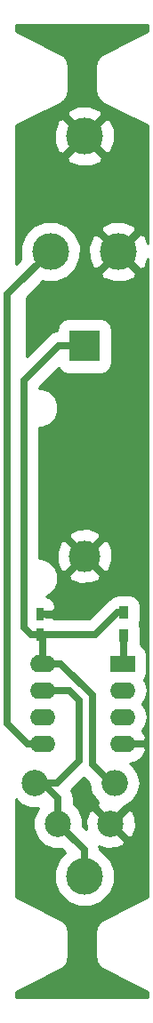
<source format=gbr>
G04 #@! TF.GenerationSoftware,KiCad,Pcbnew,no-vcs-found-7591~57~ubuntu14.04.1*
G04 #@! TF.CreationDate,2017-02-06T18:42:11+02:00*
G04 #@! TF.ProjectId,drawduino,647261776475696E6F2E6B696361645F,rev?*
G04 #@! TF.FileFunction,Copper,L1,Top,Signal*
G04 #@! TF.FilePolarity,Positive*
%FSLAX46Y46*%
G04 Gerber Fmt 4.6, Leading zero omitted, Abs format (unit mm)*
G04 Created by KiCad (PCBNEW no-vcs-found-7591~57~ubuntu14.04.1) date Mon Feb  6 18:42:11 2017*
%MOMM*%
%LPD*%
G01*
G04 APERTURE LIST*
%ADD10C,0.100000*%
%ADD11R,3.000000X3.000000*%
%ADD12C,3.000000*%
%ADD13C,3.500000*%
%ADD14R,0.750000X1.200000*%
%ADD15O,2.400000X1.600000*%
%ADD16R,2.400000X1.600000*%
%ADD17C,3.500120*%
%ADD18O,2.500000X2.500000*%
%ADD19C,2.500000*%
%ADD20R,0.900000X1.200000*%
%ADD21C,0.700000*%
%ADD22C,0.250000*%
%ADD23C,0.254000*%
G04 APERTURE END LIST*
D10*
D11*
X142738112Y-76760000D03*
D12*
X142738112Y-96760000D03*
D13*
X139488112Y-67760000D03*
X145988112Y-67760000D03*
D14*
X138488112Y-102310000D03*
X138488112Y-104210000D03*
D15*
X138738112Y-107010000D03*
X146358112Y-114630000D03*
X138738112Y-109550000D03*
X146358112Y-112090000D03*
X138738112Y-112090000D03*
X146358112Y-109550000D03*
X138738112Y-114630000D03*
D16*
X146358112Y-107010000D03*
D17*
X142738112Y-127260000D03*
X142738112Y-56760000D03*
D18*
X145620000Y-118380354D03*
D19*
X138000000Y-118380354D03*
D20*
X146488112Y-102160000D03*
X146488112Y-104360000D03*
D19*
X145238112Y-122260000D03*
X140238112Y-122260000D03*
D21*
X138488112Y-104210000D02*
X143788112Y-104210000D01*
X143788112Y-104210000D02*
X145838112Y-102160000D01*
X145838112Y-102160000D02*
X146488112Y-102160000D01*
X142488112Y-76760000D02*
X140288112Y-76760000D01*
X140288112Y-76760000D02*
X136988112Y-80060000D01*
X136988112Y-80060000D02*
X136988112Y-103535000D01*
X137663112Y-104210000D02*
X138488112Y-104210000D01*
X136988112Y-103535000D02*
X137663112Y-104210000D01*
X138738112Y-107010000D02*
X138738112Y-104460000D01*
X138738112Y-104460000D02*
X138488112Y-104210000D01*
X138238112Y-106510000D02*
X138738112Y-107010000D01*
X146412820Y-118380354D02*
X145281450Y-118380354D01*
X145281450Y-118380354D02*
X143488112Y-116587016D01*
X140488112Y-107010000D02*
X138738112Y-107010000D01*
X143488112Y-116587016D02*
X143488112Y-110010000D01*
X143488112Y-110010000D02*
X140488112Y-107010000D01*
X140117758Y-118380354D02*
X142238112Y-116260000D01*
X142238112Y-116260000D02*
X142238112Y-110510000D01*
X142238112Y-110510000D02*
X141278112Y-109550000D01*
X140238112Y-122260000D02*
X140238112Y-119825646D01*
X140238112Y-119825646D02*
X138792820Y-118380354D01*
X142738112Y-127260000D02*
X142738112Y-124760000D01*
X142738112Y-124760000D02*
X140238112Y-122260000D01*
X138792820Y-118380354D02*
X140117758Y-118380354D01*
X141278112Y-109550000D02*
X138738112Y-109550000D01*
X138738112Y-114630000D02*
X137288112Y-114630000D01*
X137288112Y-114630000D02*
X135400000Y-112741888D01*
X135400000Y-112741888D02*
X135400000Y-71848112D01*
X135400000Y-71848112D02*
X139488112Y-67760000D01*
D22*
X138738112Y-114630000D02*
X138338112Y-114630000D01*
D21*
X146488112Y-104360000D02*
X146488112Y-106880000D01*
X146488112Y-106880000D02*
X146358112Y-107010000D01*
D23*
G36*
X148798000Y-46757123D02*
X144462449Y-48924899D01*
X144310245Y-49043024D01*
X144150058Y-49150058D01*
X144126064Y-49185967D01*
X144091945Y-49212447D01*
X143996532Y-49379826D01*
X143889497Y-49540015D01*
X143881071Y-49582373D01*
X143859683Y-49619894D01*
X143835586Y-49811041D01*
X143798000Y-50000000D01*
X143798000Y-52500000D01*
X143835586Y-52688959D01*
X143859683Y-52880106D01*
X143881071Y-52917627D01*
X143889497Y-52959985D01*
X143996532Y-53120174D01*
X144091945Y-53287553D01*
X144126064Y-53314033D01*
X144150058Y-53349942D01*
X144310245Y-53456976D01*
X144462449Y-53575101D01*
X148798000Y-55742877D01*
X148798000Y-66975744D01*
X148485462Y-66221213D01*
X148014128Y-66049353D01*
X146303482Y-67760000D01*
X148014128Y-69470647D01*
X148485462Y-69298787D01*
X148798000Y-68457951D01*
X148798000Y-129257123D01*
X144462449Y-131424899D01*
X144310245Y-131543024D01*
X144150058Y-131650058D01*
X144126064Y-131685967D01*
X144091945Y-131712447D01*
X143996532Y-131879826D01*
X143889497Y-132040015D01*
X143881071Y-132082373D01*
X143859683Y-132119894D01*
X143835586Y-132311041D01*
X143798000Y-132500000D01*
X143798000Y-135000000D01*
X143835586Y-135188959D01*
X143859683Y-135380106D01*
X143881071Y-135417627D01*
X143889497Y-135459985D01*
X143996532Y-135620174D01*
X144091945Y-135787553D01*
X144126064Y-135814033D01*
X144150058Y-135849942D01*
X144310245Y-135956976D01*
X144462449Y-136075101D01*
X148798000Y-138242877D01*
X148798000Y-138798000D01*
X136202000Y-138798000D01*
X136202000Y-138242877D01*
X140537551Y-136075101D01*
X140689755Y-135956976D01*
X140849942Y-135849942D01*
X140873936Y-135814033D01*
X140908055Y-135787553D01*
X141003468Y-135620174D01*
X141110503Y-135459985D01*
X141118929Y-135417627D01*
X141140317Y-135380106D01*
X141164414Y-135188959D01*
X141202000Y-135000000D01*
X141202000Y-132500000D01*
X141164414Y-132311041D01*
X141140317Y-132119894D01*
X141118929Y-132082373D01*
X141110503Y-132040015D01*
X141003468Y-131879826D01*
X140908055Y-131712447D01*
X140873936Y-131685967D01*
X140849942Y-131650058D01*
X140689755Y-131543024D01*
X140537551Y-131424899D01*
X136202000Y-129257124D01*
X136202000Y-119943735D01*
X136651780Y-120394301D01*
X137525111Y-120756940D01*
X138378529Y-120757685D01*
X138224165Y-120911780D01*
X137861526Y-121785111D01*
X137860700Y-122730740D01*
X138221815Y-123604703D01*
X138889892Y-124273947D01*
X139763223Y-124636586D01*
X140526571Y-124637253D01*
X140909505Y-125020187D01*
X140300481Y-125628149D01*
X139861552Y-126685207D01*
X139860554Y-127829772D01*
X140297637Y-128887595D01*
X141106261Y-129697631D01*
X142163319Y-130136560D01*
X143307884Y-130137558D01*
X144365707Y-129700475D01*
X145175743Y-128891851D01*
X145614672Y-127834793D01*
X145615670Y-126690228D01*
X145178587Y-125632405D01*
X144369963Y-124822369D01*
X144214693Y-124757895D01*
X144185015Y-124608691D01*
X144142261Y-124393752D01*
X144891579Y-124658667D01*
X145835888Y-124608691D01*
X146476196Y-124343467D01*
X146586690Y-123923947D01*
X145238112Y-122575370D01*
X145223970Y-122589512D01*
X144908600Y-122274142D01*
X144922742Y-122260000D01*
X145553482Y-122260000D01*
X146902059Y-123608578D01*
X147321579Y-123498084D01*
X147636779Y-122606533D01*
X147586803Y-121662224D01*
X147321579Y-121021916D01*
X146902059Y-120911422D01*
X145553482Y-122260000D01*
X144922742Y-122260000D01*
X143574165Y-120911422D01*
X143154645Y-121021916D01*
X142839445Y-121913467D01*
X142887451Y-122820545D01*
X142614861Y-122547955D01*
X142615524Y-121789260D01*
X142254409Y-120915297D01*
X141715112Y-120375058D01*
X141715112Y-119825651D01*
X141715113Y-119825646D01*
X141602682Y-119260423D01*
X141492052Y-119094854D01*
X142699604Y-117887302D01*
X143197370Y-118385068D01*
X143377370Y-119289993D01*
X143892639Y-120061147D01*
X144040338Y-120159836D01*
X144000028Y-120176533D01*
X143889534Y-120596053D01*
X145238112Y-121944630D01*
X146586690Y-120596053D01*
X146580723Y-120573398D01*
X147347361Y-120061147D01*
X147862630Y-119289993D01*
X148043568Y-118380354D01*
X147862630Y-117470715D01*
X147347361Y-116699561D01*
X147078002Y-116519581D01*
X147619381Y-116374220D01*
X148221305Y-115911856D01*
X148600471Y-115254341D01*
X148613715Y-115149678D01*
X148388179Y-114853000D01*
X146581112Y-114853000D01*
X146581112Y-114873000D01*
X146135112Y-114873000D01*
X146135112Y-114853000D01*
X146115112Y-114853000D01*
X146115112Y-114407000D01*
X146135112Y-114407000D01*
X146135112Y-114387000D01*
X146581112Y-114387000D01*
X146581112Y-114407000D01*
X148388179Y-114407000D01*
X148613715Y-114110322D01*
X148600471Y-114005659D01*
X148228153Y-113360019D01*
X148584017Y-112827431D01*
X148730701Y-112090000D01*
X148584017Y-111352569D01*
X148228166Y-110820000D01*
X148584017Y-110287431D01*
X148730701Y-109550000D01*
X148584017Y-108812569D01*
X148413833Y-108557870D01*
X148619723Y-108249733D01*
X148707191Y-107810000D01*
X148707191Y-106210000D01*
X148619723Y-105770267D01*
X148370634Y-105397478D01*
X148043633Y-105178983D01*
X148087191Y-104960000D01*
X148087191Y-103760000D01*
X147999723Y-103320267D01*
X147959454Y-103260000D01*
X147999723Y-103199733D01*
X148087191Y-102760000D01*
X148087191Y-101560000D01*
X147999723Y-101120267D01*
X147750634Y-100747478D01*
X147377845Y-100498389D01*
X146938112Y-100410921D01*
X146038112Y-100410921D01*
X145598379Y-100498389D01*
X145225590Y-100747478D01*
X145129559Y-100891200D01*
X144793715Y-101115603D01*
X143176318Y-102733000D01*
X139908362Y-102733000D01*
X139708362Y-102533000D01*
X139225479Y-102533000D01*
X138863112Y-102460921D01*
X138465112Y-102460921D01*
X138465112Y-102067000D01*
X138675612Y-102067000D01*
X138675612Y-102087000D01*
X139708362Y-102087000D01*
X139990112Y-101805250D01*
X139990112Y-101485826D01*
X139818537Y-101071606D01*
X139501506Y-100754576D01*
X139087286Y-100583000D01*
X139083327Y-100583000D01*
X139399958Y-100452171D01*
X139928428Y-99924624D01*
X140214786Y-99234996D01*
X140215335Y-98605067D01*
X141208414Y-98605067D01*
X141349626Y-99050477D01*
X142331845Y-99407476D01*
X143375915Y-99361420D01*
X144126598Y-99050477D01*
X144267810Y-98605067D01*
X142738112Y-97075370D01*
X141208414Y-98605067D01*
X140215335Y-98605067D01*
X140215437Y-98488280D01*
X139930283Y-97798154D01*
X139402736Y-97269684D01*
X138713108Y-96983326D01*
X138465112Y-96983110D01*
X138465112Y-96353733D01*
X140090636Y-96353733D01*
X140136692Y-97397803D01*
X140447635Y-98148486D01*
X140893045Y-98289698D01*
X142422742Y-96760000D01*
X143053482Y-96760000D01*
X144583179Y-98289698D01*
X145028589Y-98148486D01*
X145385588Y-97166267D01*
X145339532Y-96122197D01*
X145028589Y-95371514D01*
X144583179Y-95230302D01*
X143053482Y-96760000D01*
X142422742Y-96760000D01*
X140893045Y-95230302D01*
X140447635Y-95371514D01*
X140090636Y-96353733D01*
X138465112Y-96353733D01*
X138465112Y-94914933D01*
X141208414Y-94914933D01*
X142738112Y-96444630D01*
X144267810Y-94914933D01*
X144126598Y-94469523D01*
X143144379Y-94112524D01*
X142100309Y-94158580D01*
X141349626Y-94469523D01*
X141208414Y-94914933D01*
X138465112Y-94914933D01*
X138465112Y-84537112D01*
X138709832Y-84537325D01*
X139399958Y-84252171D01*
X139928428Y-83724624D01*
X140214786Y-83034996D01*
X140215437Y-82288280D01*
X139930283Y-81598154D01*
X139402736Y-81069684D01*
X138713108Y-80783326D01*
X138465112Y-80783110D01*
X138465112Y-80671794D01*
X140280911Y-78855995D01*
X140425590Y-79072522D01*
X140798379Y-79321611D01*
X141238112Y-79409079D01*
X144238112Y-79409079D01*
X144677845Y-79321611D01*
X145050634Y-79072522D01*
X145299723Y-78699733D01*
X145387191Y-78260000D01*
X145387191Y-75260000D01*
X145299723Y-74820267D01*
X145050634Y-74447478D01*
X144677845Y-74198389D01*
X144238112Y-74110921D01*
X141238112Y-74110921D01*
X140798379Y-74198389D01*
X140425590Y-74447478D01*
X140176501Y-74820267D01*
X140089033Y-75260000D01*
X140089033Y-75322599D01*
X139722888Y-75395430D01*
X139243715Y-75715603D01*
X137215112Y-77744206D01*
X137215112Y-72121794D01*
X138762879Y-70574027D01*
X138913331Y-70636500D01*
X140057872Y-70637499D01*
X141115673Y-70200424D01*
X141530805Y-69786016D01*
X144277465Y-69786016D01*
X144449325Y-70257350D01*
X145522152Y-70656119D01*
X146665918Y-70613981D01*
X147526899Y-70257350D01*
X147698759Y-69786016D01*
X145988112Y-68075370D01*
X144277465Y-69786016D01*
X141530805Y-69786016D01*
X141925692Y-69391818D01*
X142364612Y-68334781D01*
X142365520Y-67294040D01*
X143091993Y-67294040D01*
X143134131Y-68437806D01*
X143490762Y-69298787D01*
X143962096Y-69470647D01*
X145672742Y-67760000D01*
X143962096Y-66049353D01*
X143490762Y-66221213D01*
X143091993Y-67294040D01*
X142365520Y-67294040D01*
X142365611Y-67190240D01*
X141928536Y-66132439D01*
X141530777Y-65733984D01*
X144277465Y-65733984D01*
X145988112Y-67444630D01*
X147698759Y-65733984D01*
X147526899Y-65262650D01*
X146454072Y-64863881D01*
X145310306Y-64906019D01*
X144449325Y-65262650D01*
X144277465Y-65733984D01*
X141530777Y-65733984D01*
X141119930Y-65322420D01*
X140062893Y-64883500D01*
X138918352Y-64882501D01*
X137860551Y-65319576D01*
X137050532Y-66128182D01*
X136611612Y-67185219D01*
X136610613Y-68329760D01*
X136674629Y-68484689D01*
X136202000Y-68957318D01*
X136202000Y-58786060D01*
X141027422Y-58786060D01*
X141199289Y-59257399D01*
X142272137Y-59656178D01*
X143415927Y-59614041D01*
X144276935Y-59257399D01*
X144448802Y-58786060D01*
X142738112Y-57075370D01*
X141027422Y-58786060D01*
X136202000Y-58786060D01*
X136202000Y-56294025D01*
X139841934Y-56294025D01*
X139884071Y-57437815D01*
X140240713Y-58298823D01*
X140712052Y-58470690D01*
X142422742Y-56760000D01*
X143053482Y-56760000D01*
X144764172Y-58470690D01*
X145235511Y-58298823D01*
X145634290Y-57225975D01*
X145592153Y-56082185D01*
X145235511Y-55221177D01*
X144764172Y-55049310D01*
X143053482Y-56760000D01*
X142422742Y-56760000D01*
X140712052Y-55049310D01*
X140240713Y-55221177D01*
X139841934Y-56294025D01*
X136202000Y-56294025D01*
X136202000Y-55742877D01*
X138219873Y-54733940D01*
X141027422Y-54733940D01*
X142738112Y-56444630D01*
X144448802Y-54733940D01*
X144276935Y-54262601D01*
X143204087Y-53863822D01*
X142060297Y-53905959D01*
X141199289Y-54262601D01*
X141027422Y-54733940D01*
X138219873Y-54733940D01*
X140537551Y-53575101D01*
X140689755Y-53456976D01*
X140849942Y-53349942D01*
X140873936Y-53314033D01*
X140908055Y-53287553D01*
X141003468Y-53120174D01*
X141110503Y-52959985D01*
X141118929Y-52917627D01*
X141140317Y-52880106D01*
X141164414Y-52688959D01*
X141202000Y-52500000D01*
X141202000Y-50000000D01*
X141164414Y-49811041D01*
X141140317Y-49619894D01*
X141118929Y-49582373D01*
X141110503Y-49540015D01*
X141003468Y-49379826D01*
X140908055Y-49212447D01*
X140873936Y-49185967D01*
X140849942Y-49150058D01*
X140689755Y-49043024D01*
X140537551Y-48924899D01*
X136202000Y-46757124D01*
X136202000Y-46202000D01*
X148798000Y-46202000D01*
X148798000Y-46757123D01*
X148798000Y-46757123D01*
G37*
X148798000Y-46757123D02*
X144462449Y-48924899D01*
X144310245Y-49043024D01*
X144150058Y-49150058D01*
X144126064Y-49185967D01*
X144091945Y-49212447D01*
X143996532Y-49379826D01*
X143889497Y-49540015D01*
X143881071Y-49582373D01*
X143859683Y-49619894D01*
X143835586Y-49811041D01*
X143798000Y-50000000D01*
X143798000Y-52500000D01*
X143835586Y-52688959D01*
X143859683Y-52880106D01*
X143881071Y-52917627D01*
X143889497Y-52959985D01*
X143996532Y-53120174D01*
X144091945Y-53287553D01*
X144126064Y-53314033D01*
X144150058Y-53349942D01*
X144310245Y-53456976D01*
X144462449Y-53575101D01*
X148798000Y-55742877D01*
X148798000Y-66975744D01*
X148485462Y-66221213D01*
X148014128Y-66049353D01*
X146303482Y-67760000D01*
X148014128Y-69470647D01*
X148485462Y-69298787D01*
X148798000Y-68457951D01*
X148798000Y-129257123D01*
X144462449Y-131424899D01*
X144310245Y-131543024D01*
X144150058Y-131650058D01*
X144126064Y-131685967D01*
X144091945Y-131712447D01*
X143996532Y-131879826D01*
X143889497Y-132040015D01*
X143881071Y-132082373D01*
X143859683Y-132119894D01*
X143835586Y-132311041D01*
X143798000Y-132500000D01*
X143798000Y-135000000D01*
X143835586Y-135188959D01*
X143859683Y-135380106D01*
X143881071Y-135417627D01*
X143889497Y-135459985D01*
X143996532Y-135620174D01*
X144091945Y-135787553D01*
X144126064Y-135814033D01*
X144150058Y-135849942D01*
X144310245Y-135956976D01*
X144462449Y-136075101D01*
X148798000Y-138242877D01*
X148798000Y-138798000D01*
X136202000Y-138798000D01*
X136202000Y-138242877D01*
X140537551Y-136075101D01*
X140689755Y-135956976D01*
X140849942Y-135849942D01*
X140873936Y-135814033D01*
X140908055Y-135787553D01*
X141003468Y-135620174D01*
X141110503Y-135459985D01*
X141118929Y-135417627D01*
X141140317Y-135380106D01*
X141164414Y-135188959D01*
X141202000Y-135000000D01*
X141202000Y-132500000D01*
X141164414Y-132311041D01*
X141140317Y-132119894D01*
X141118929Y-132082373D01*
X141110503Y-132040015D01*
X141003468Y-131879826D01*
X140908055Y-131712447D01*
X140873936Y-131685967D01*
X140849942Y-131650058D01*
X140689755Y-131543024D01*
X140537551Y-131424899D01*
X136202000Y-129257124D01*
X136202000Y-119943735D01*
X136651780Y-120394301D01*
X137525111Y-120756940D01*
X138378529Y-120757685D01*
X138224165Y-120911780D01*
X137861526Y-121785111D01*
X137860700Y-122730740D01*
X138221815Y-123604703D01*
X138889892Y-124273947D01*
X139763223Y-124636586D01*
X140526571Y-124637253D01*
X140909505Y-125020187D01*
X140300481Y-125628149D01*
X139861552Y-126685207D01*
X139860554Y-127829772D01*
X140297637Y-128887595D01*
X141106261Y-129697631D01*
X142163319Y-130136560D01*
X143307884Y-130137558D01*
X144365707Y-129700475D01*
X145175743Y-128891851D01*
X145614672Y-127834793D01*
X145615670Y-126690228D01*
X145178587Y-125632405D01*
X144369963Y-124822369D01*
X144214693Y-124757895D01*
X144185015Y-124608691D01*
X144142261Y-124393752D01*
X144891579Y-124658667D01*
X145835888Y-124608691D01*
X146476196Y-124343467D01*
X146586690Y-123923947D01*
X145238112Y-122575370D01*
X145223970Y-122589512D01*
X144908600Y-122274142D01*
X144922742Y-122260000D01*
X145553482Y-122260000D01*
X146902059Y-123608578D01*
X147321579Y-123498084D01*
X147636779Y-122606533D01*
X147586803Y-121662224D01*
X147321579Y-121021916D01*
X146902059Y-120911422D01*
X145553482Y-122260000D01*
X144922742Y-122260000D01*
X143574165Y-120911422D01*
X143154645Y-121021916D01*
X142839445Y-121913467D01*
X142887451Y-122820545D01*
X142614861Y-122547955D01*
X142615524Y-121789260D01*
X142254409Y-120915297D01*
X141715112Y-120375058D01*
X141715112Y-119825651D01*
X141715113Y-119825646D01*
X141602682Y-119260423D01*
X141492052Y-119094854D01*
X142699604Y-117887302D01*
X143197370Y-118385068D01*
X143377370Y-119289993D01*
X143892639Y-120061147D01*
X144040338Y-120159836D01*
X144000028Y-120176533D01*
X143889534Y-120596053D01*
X145238112Y-121944630D01*
X146586690Y-120596053D01*
X146580723Y-120573398D01*
X147347361Y-120061147D01*
X147862630Y-119289993D01*
X148043568Y-118380354D01*
X147862630Y-117470715D01*
X147347361Y-116699561D01*
X147078002Y-116519581D01*
X147619381Y-116374220D01*
X148221305Y-115911856D01*
X148600471Y-115254341D01*
X148613715Y-115149678D01*
X148388179Y-114853000D01*
X146581112Y-114853000D01*
X146581112Y-114873000D01*
X146135112Y-114873000D01*
X146135112Y-114853000D01*
X146115112Y-114853000D01*
X146115112Y-114407000D01*
X146135112Y-114407000D01*
X146135112Y-114387000D01*
X146581112Y-114387000D01*
X146581112Y-114407000D01*
X148388179Y-114407000D01*
X148613715Y-114110322D01*
X148600471Y-114005659D01*
X148228153Y-113360019D01*
X148584017Y-112827431D01*
X148730701Y-112090000D01*
X148584017Y-111352569D01*
X148228166Y-110820000D01*
X148584017Y-110287431D01*
X148730701Y-109550000D01*
X148584017Y-108812569D01*
X148413833Y-108557870D01*
X148619723Y-108249733D01*
X148707191Y-107810000D01*
X148707191Y-106210000D01*
X148619723Y-105770267D01*
X148370634Y-105397478D01*
X148043633Y-105178983D01*
X148087191Y-104960000D01*
X148087191Y-103760000D01*
X147999723Y-103320267D01*
X147959454Y-103260000D01*
X147999723Y-103199733D01*
X148087191Y-102760000D01*
X148087191Y-101560000D01*
X147999723Y-101120267D01*
X147750634Y-100747478D01*
X147377845Y-100498389D01*
X146938112Y-100410921D01*
X146038112Y-100410921D01*
X145598379Y-100498389D01*
X145225590Y-100747478D01*
X145129559Y-100891200D01*
X144793715Y-101115603D01*
X143176318Y-102733000D01*
X139908362Y-102733000D01*
X139708362Y-102533000D01*
X139225479Y-102533000D01*
X138863112Y-102460921D01*
X138465112Y-102460921D01*
X138465112Y-102067000D01*
X138675612Y-102067000D01*
X138675612Y-102087000D01*
X139708362Y-102087000D01*
X139990112Y-101805250D01*
X139990112Y-101485826D01*
X139818537Y-101071606D01*
X139501506Y-100754576D01*
X139087286Y-100583000D01*
X139083327Y-100583000D01*
X139399958Y-100452171D01*
X139928428Y-99924624D01*
X140214786Y-99234996D01*
X140215335Y-98605067D01*
X141208414Y-98605067D01*
X141349626Y-99050477D01*
X142331845Y-99407476D01*
X143375915Y-99361420D01*
X144126598Y-99050477D01*
X144267810Y-98605067D01*
X142738112Y-97075370D01*
X141208414Y-98605067D01*
X140215335Y-98605067D01*
X140215437Y-98488280D01*
X139930283Y-97798154D01*
X139402736Y-97269684D01*
X138713108Y-96983326D01*
X138465112Y-96983110D01*
X138465112Y-96353733D01*
X140090636Y-96353733D01*
X140136692Y-97397803D01*
X140447635Y-98148486D01*
X140893045Y-98289698D01*
X142422742Y-96760000D01*
X143053482Y-96760000D01*
X144583179Y-98289698D01*
X145028589Y-98148486D01*
X145385588Y-97166267D01*
X145339532Y-96122197D01*
X145028589Y-95371514D01*
X144583179Y-95230302D01*
X143053482Y-96760000D01*
X142422742Y-96760000D01*
X140893045Y-95230302D01*
X140447635Y-95371514D01*
X140090636Y-96353733D01*
X138465112Y-96353733D01*
X138465112Y-94914933D01*
X141208414Y-94914933D01*
X142738112Y-96444630D01*
X144267810Y-94914933D01*
X144126598Y-94469523D01*
X143144379Y-94112524D01*
X142100309Y-94158580D01*
X141349626Y-94469523D01*
X141208414Y-94914933D01*
X138465112Y-94914933D01*
X138465112Y-84537112D01*
X138709832Y-84537325D01*
X139399958Y-84252171D01*
X139928428Y-83724624D01*
X140214786Y-83034996D01*
X140215437Y-82288280D01*
X139930283Y-81598154D01*
X139402736Y-81069684D01*
X138713108Y-80783326D01*
X138465112Y-80783110D01*
X138465112Y-80671794D01*
X140280911Y-78855995D01*
X140425590Y-79072522D01*
X140798379Y-79321611D01*
X141238112Y-79409079D01*
X144238112Y-79409079D01*
X144677845Y-79321611D01*
X145050634Y-79072522D01*
X145299723Y-78699733D01*
X145387191Y-78260000D01*
X145387191Y-75260000D01*
X145299723Y-74820267D01*
X145050634Y-74447478D01*
X144677845Y-74198389D01*
X144238112Y-74110921D01*
X141238112Y-74110921D01*
X140798379Y-74198389D01*
X140425590Y-74447478D01*
X140176501Y-74820267D01*
X140089033Y-75260000D01*
X140089033Y-75322599D01*
X139722888Y-75395430D01*
X139243715Y-75715603D01*
X137215112Y-77744206D01*
X137215112Y-72121794D01*
X138762879Y-70574027D01*
X138913331Y-70636500D01*
X140057872Y-70637499D01*
X141115673Y-70200424D01*
X141530805Y-69786016D01*
X144277465Y-69786016D01*
X144449325Y-70257350D01*
X145522152Y-70656119D01*
X146665918Y-70613981D01*
X147526899Y-70257350D01*
X147698759Y-69786016D01*
X145988112Y-68075370D01*
X144277465Y-69786016D01*
X141530805Y-69786016D01*
X141925692Y-69391818D01*
X142364612Y-68334781D01*
X142365520Y-67294040D01*
X143091993Y-67294040D01*
X143134131Y-68437806D01*
X143490762Y-69298787D01*
X143962096Y-69470647D01*
X145672742Y-67760000D01*
X143962096Y-66049353D01*
X143490762Y-66221213D01*
X143091993Y-67294040D01*
X142365520Y-67294040D01*
X142365611Y-67190240D01*
X141928536Y-66132439D01*
X141530777Y-65733984D01*
X144277465Y-65733984D01*
X145988112Y-67444630D01*
X147698759Y-65733984D01*
X147526899Y-65262650D01*
X146454072Y-64863881D01*
X145310306Y-64906019D01*
X144449325Y-65262650D01*
X144277465Y-65733984D01*
X141530777Y-65733984D01*
X141119930Y-65322420D01*
X140062893Y-64883500D01*
X138918352Y-64882501D01*
X137860551Y-65319576D01*
X137050532Y-66128182D01*
X136611612Y-67185219D01*
X136610613Y-68329760D01*
X136674629Y-68484689D01*
X136202000Y-68957318D01*
X136202000Y-58786060D01*
X141027422Y-58786060D01*
X141199289Y-59257399D01*
X142272137Y-59656178D01*
X143415927Y-59614041D01*
X144276935Y-59257399D01*
X144448802Y-58786060D01*
X142738112Y-57075370D01*
X141027422Y-58786060D01*
X136202000Y-58786060D01*
X136202000Y-56294025D01*
X139841934Y-56294025D01*
X139884071Y-57437815D01*
X140240713Y-58298823D01*
X140712052Y-58470690D01*
X142422742Y-56760000D01*
X143053482Y-56760000D01*
X144764172Y-58470690D01*
X145235511Y-58298823D01*
X145634290Y-57225975D01*
X145592153Y-56082185D01*
X145235511Y-55221177D01*
X144764172Y-55049310D01*
X143053482Y-56760000D01*
X142422742Y-56760000D01*
X140712052Y-55049310D01*
X140240713Y-55221177D01*
X139841934Y-56294025D01*
X136202000Y-56294025D01*
X136202000Y-55742877D01*
X138219873Y-54733940D01*
X141027422Y-54733940D01*
X142738112Y-56444630D01*
X144448802Y-54733940D01*
X144276935Y-54262601D01*
X143204087Y-53863822D01*
X142060297Y-53905959D01*
X141199289Y-54262601D01*
X141027422Y-54733940D01*
X138219873Y-54733940D01*
X140537551Y-53575101D01*
X140689755Y-53456976D01*
X140849942Y-53349942D01*
X140873936Y-53314033D01*
X140908055Y-53287553D01*
X141003468Y-53120174D01*
X141110503Y-52959985D01*
X141118929Y-52917627D01*
X141140317Y-52880106D01*
X141164414Y-52688959D01*
X141202000Y-52500000D01*
X141202000Y-50000000D01*
X141164414Y-49811041D01*
X141140317Y-49619894D01*
X141118929Y-49582373D01*
X141110503Y-49540015D01*
X141003468Y-49379826D01*
X140908055Y-49212447D01*
X140873936Y-49185967D01*
X140849942Y-49150058D01*
X140689755Y-49043024D01*
X140537551Y-48924899D01*
X136202000Y-46757124D01*
X136202000Y-46202000D01*
X148798000Y-46202000D01*
X148798000Y-46757123D01*
M02*

</source>
